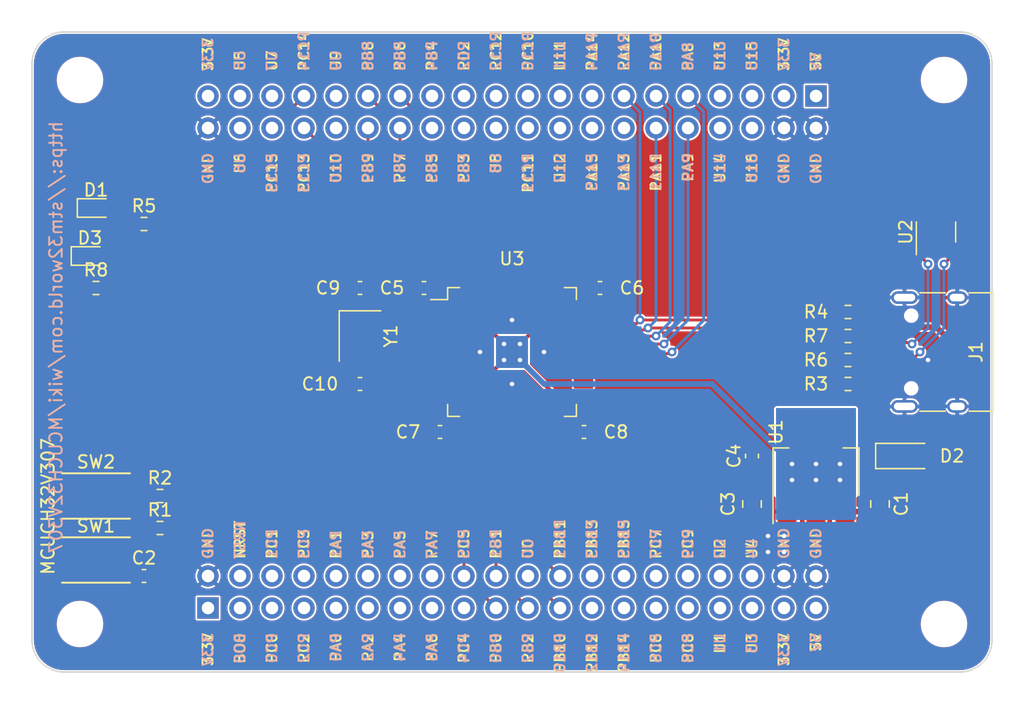
<source format=kicad_pcb>
(kicad_pcb (version 20211014) (generator pcbnew)
  (layers (0 "F.Cu" signal) (31 "B.Cu" signal) (34 "B.Paste" user) (35 "F.Paste" user) (36 "B.SilkS" user "B.Silkscreen") (37 "F.SilkS" user "F.Silkscreen") (38 "B.Mask" user) (39 "F.Mask" user) (44 "Edge.Cuts" user))
  (property "AUTHOR" "Lars Boegild Thomsen")
  (property "AUTHOR_EMAIL" "lbthomsen@gmail.com")
  (property "COMPANY" "STM32World")
  (property "REVISION" "a")
  (property "TITLE" "MCUCH32V307")
  (property "URL" "https://stm32world.com/wiki/MCUCH32V307")
  (net 0 "")
  (net 1 "+5V")
  (net 2 "GND")
  (net 3 "NRST")
  (net 4 "+3V3")
  (net 5 "Net-(C9-Pad1)")
  (net 6 "Net-(C10-Pad1)")
  (net 7 "Net-(D1-Pad1)")
  (net 8 "Net-(D3-Pad1)")
  (net 9 "Net-(J1-PadA6)")
  (net 10 "Net-(J1-PadB5)")
  (net 12 "Net-(J1-PadA7)")
  (net 13 "Net-(J1-PadA5)")
  (net 15 "VBUS")
  (net 16 "BO0")
  (net 17 "PC0")
  (net 18 "PC1")
  (net 19 "PC2")
  (net 20 "PC3")
  (net 21 "PA0")
  (net 22 "PA1")
  (net 23 "PA2")
  (net 24 "PA3")
  (net 25 "PA4")
  (net 26 "PA5")
  (net 27 "PA6")
  (net 28 "PA7")
  (net 29 "PC4")
  (net 30 "PC5")
  (net 31 "PB0")
  (net 32 "PB1")
  (net 33 "PB2")
  (net 35 "PB10")
  (net 36 "PB11")
  (net 37 "PB12")
  (net 38 "PB13")
  (net 39 "PB14")
  (net 40 "PB15")
  (net 41 "PC6")
  (net 42 "PC7")
  (net 43 "PC8")
  (net 44 "PC9")
  (net 53 "PA8")
  (net 54 "PA9")
  (net 55 "PA10")
  (net 56 "PA11")
  (net 57 "PA12")
  (net 58 "PA13")
  (net 59 "PA14")
  (net 60 "PA15")
  (net 63 "PC10")
  (net 64 "PC11")
  (net 65 "PC12")
  (net 67 "PD2")
  (net 68 "PB3")
  (net 69 "PB4")
  (net 70 "PB5")
  (net 71 "PB6")
  (net 72 "PB7")
  (net 73 "PB8")
  (net 74 "PB9")
  (net 77 "PC14")
  (net 78 "PC13")
  (net 80 "PC15")
  (footprint "Package_TO_SOT_SMD:SOT-23-6" (layer "F.Cu") (at 186.055 92.075 90)
    (fp_text reference "U2")
    (fp_text value "SRV05-4")
  )
  (footprint "stm32world:STM32WORLD_BASE" (layer "F.Cu") (at 152.4 101.6)
    (fp_text reference "J2" hide)
    (fp_text value "STM32WORLD_BASE")
    (fp_line (start 35.56 -25.4) (end -35.56 -25.4) (layer "Edge.Cuts") (width 0.12))
    (fp_line (start 38.1 22.86) (end 38.1 -22.86) (layer "Edge.Cuts") (width 0.12))
    (fp_line (start -38.1 -22.86) (end -38.1 22.86) (layer "Edge.Cuts") (width 0.12))
    (fp_line (start -35.56 25.4) (end 35.56 25.4) (layer "Edge.Cuts") (width 0.12))
    (fp_arc (start -38.1 -22.86) (mid -37.356051 -24.656051) (end -35.56 -25.4) (layer "Edge.Cuts") (width 0.12))
    (fp_arc (start 38.1 22.86) (mid 37.356051 24.656051) (end 35.56 25.4) (layer "Edge.Cuts") (width 0.12))
    (fp_arc (start -35.56 25.4) (mid -37.356051 24.656051) (end -38.1 22.86) (layer "Edge.Cuts") (width 0.12))
    (fp_arc (start 35.56 -25.4) (mid 37.356051 -24.656051) (end 38.1 -22.86) (layer "Edge.Cuts") (width 0.12))
  )
  (footprint "Resistor_SMD:R_0603_1608Metric" (layer "F.Cu") (at 179.07 102.235)
    (fp_text reference "R6")
    (fp_text value "R_22_0603")
  )
  (footprint "Capacitor_SMD:C_0603_1608Metric" (layer "F.Cu") (at 123.19 119.38)
    (fp_text reference "C2")
    (fp_text value "C_100NF_0603")
  )
  (footprint "Package_QFP:LQFP-64_10x10mm_P0.5mm" (layer "F.Cu") (at 152.4 101.6)
    (fp_text reference "U3")
    (fp_text value "CH32V307")
  )
  (footprint "Capacitor_SMD:C_0603_1608Metric" (layer "F.Cu") (at 171.45 109.855 90)
    (fp_text reference "C4")
    (fp_text value "C_1UF_0603")
  )
  (footprint "Capacitor_SMD:C_0603_1608Metric" (layer "F.Cu") (at 145.415 96.52 180)
    (fp_text reference "C5")
    (fp_text value "C_100NF_0603")
  )
  (footprint "Capacitor_SMD:C_0805_2012Metric" (layer "F.Cu") (at 181.61 113.665 -90)
    (fp_text reference "C1")
    (fp_text value "C_10UF_0805")
  )
  (footprint "Resistor_SMD:R_0603_1608Metric" (layer "F.Cu") (at 119.38 96.52)
    (fp_text reference "R8")
    (fp_text value "R_220_0603")
  )
  (footprint "Capacitor_SMD:C_0603_1608Metric" (layer "F.Cu") (at 158.115 107.95)
    (fp_text reference "C8")
    (fp_text value "C_100NF_0603")
  )
  (footprint "Package_TO_SOT_SMD:SOT-223-3_TabPin2" (layer "F.Cu") (at 176.53 111.125 90)
    (fp_text reference "U1")
    (fp_text value "AMS1117-3.3")
  )
  (footprint "LED_SMD:LED_0603_1608Metric" (layer "F.Cu") (at 119.38 90.17)
    (fp_text reference "D1")
    (fp_text value "LED_GREEN_0603")
  )
  (footprint "Resistor_SMD:R_0603_1608Metric" (layer "F.Cu") (at 179.07 104.14)
    (fp_text reference "R3")
    (fp_text value "R_5.1K_0603")
  )
  (footprint "Capacitor_SMD:C_0603_1608Metric" (layer "F.Cu") (at 159.385 96.52)
    (fp_text reference "C6")
    (fp_text value "C_100NF_0603")
  )
  (footprint "LED_SMD:LED_0603_1608Metric" (layer "F.Cu") (at 118.8975 93.98)
    (fp_text reference "D3")
    (fp_text value "LED_BLUE_0603")
  )
  (footprint "stm32world:TS-1088R-02526" (layer "F.Cu") (at 119.38 118.11)
    (fp_text reference "SW1")
    (fp_text value "TS-1088R-02526")
  )
  (footprint "Resistor_SMD:R_0603_1608Metric" (layer "F.Cu") (at 123.19 91.44)
    (fp_text reference "R5")
    (fp_text value "R_220_0603")
  )
  (footprint "Diode_SMD:D_SOD-123" (layer "F.Cu") (at 183.515 109.855)
    (fp_text reference "D2")
    (fp_text value "D_Schottky")
  )
  (footprint "Capacitor_SMD:C_0603_1608Metric" (layer "F.Cu") (at 140.335 96.52)
    (fp_text reference "C9")
    (fp_text value "C_20PF_0603")
  )
  (footprint "Resistor_SMD:R_0603_1608Metric" (layer "F.Cu") (at 179.07 100.33)
    (fp_text reference "R7")
    (fp_text value "R_22_0603")
  )
  (footprint "Resistor_SMD:R_0603_1608Metric" (layer "F.Cu") (at 124.46 115.57)
    (fp_text reference "R1")
    (fp_text value "R_10K_0603")
  )
  (footprint "stm32world:TS-1088R-02526" (layer "F.Cu") (at 119.38 113.03)
    (fp_text reference "SW2")
    (fp_text value "TS-1088R-02526")
  )
  (footprint "Capacitor_SMD:C_0805_2012Metric" (layer "F.Cu") (at 171.45 113.665 -90)
    (fp_text reference "C3")
    (fp_text value "C_10UF_0805")
  )
  (footprint "Capacitor_SMD:C_0603_1608Metric" (layer "F.Cu") (at 140.335 104.14 180)
    (fp_text reference "C10")
    (fp_text value "C_20PF_0603")
  )
  (footprint "stm32world:USB_C_Receptacle_HRO_TYPE-C-31-M-12" (layer "F.Cu") (at 186.69 101.6 90)
    (fp_text reference "J1")
    (fp_text value "USB_C_Receptacle_USB2.0")
  )
  (footprint "Capacitor_SMD:C_0603_1608Metric" (layer "F.Cu") (at 146.685 107.95 180)
    (fp_text reference "C7")
    (fp_text value "C_100NF_0603")
  )
  (footprint "Resistor_SMD:R_0603_1608Metric" (layer "F.Cu") (at 124.46 113.03)
    (fp_text reference "R2")
    (fp_text value "R_10K_0603")
  )
  (footprint "Resistor_SMD:R_0603_1608Metric" (layer "F.Cu") (at 179.07 98.425)
    (fp_text reference "R4")
    (fp_text value "R_5.1K_0603")
  )
  (footprint "Crystal:Crystal_SMD_3225-4Pin_3.2x2.5mm" (layer "F.Cu") (at 140.335 100.33 -90)
    (fp_text reference "Y1")
    (fp_text value "X_16MHZ")
  )
  (segment (start 181.865 112.46) (end 181.61 112.715) (width 0.4572) (layer "F.Cu") (net 1))
  (segment (start 181.865 109.855) (end 181.865 112.46) (width 0.4572) (layer "F.Cu") (net 1))
  (segment (start 180.05 114.275) (end 181.61 112.715) (width 0.4572) (layer "F.Cu") (net 1))
  (segment (start 178.83 114.275) (end 180.05 114.275) (width 0.4572) (layer "F.Cu") (net 1))
  (via (at 152.4 104.14) (size 0.7) (drill 0.35) (layers "F.Cu" "B.Cu") (net 2))
  (via (at 154.94 101.6) (size 0.7) (drill 0.35) (layers "F.Cu" "B.Cu") (net 2))
  (via (at 173.99 116.205) (size 0.7) (drill 0.35) (layers "F.Cu" "B.Cu") (net 2))
  (via (at 172.72 117.475) (size 0.7) (drill 0.35) (layers "F.Cu" "B.Cu") (net 2))
  (via (at 152.4 99.06) (size 0.7) (drill 0.35) (layers "F.Cu" "B.Cu") (net 2))
  (via (at 149.86 101.6) (size 0.7) (drill 0.35) (layers "F.Cu" "B.Cu") (net 2))
  (via locked (at 185.42 102.235) (size 0.7) (drill 0.35) (layers "F.Cu" "B.Cu") (net 2))
  (via (at 172.72 116.205) (size 0.7) (drill 0.35) (layers "F.Cu" "B.Cu") (net 2))
  (via (at 173.99 117.475) (size 0.7) (drill 0.35) (layers "F.Cu" "B.Cu") (net 2))
  (segment (start 146.19 96.52) (end 148.055 96.52) (width 0.3048) (layer "F.Cu") (net 4))
  (segment (start 156.15 97.85) (end 158.075 97.85) (width 0.3048) (layer "F.Cu") (net 4))
  (segment (start 158.075 97.85) (end 158.075 97.055) (width 0.3048) (layer "F.Cu") (net 4))
  (segment (start 150.15 103.85) (end 149.68 103.85) (width 0.3048) (layer "F.Cu") (net 4))
  (segment (start 156.665 107.275) (end 157.34 107.95) (width 0.3048) (layer "F.Cu") (net 4))
  (segment (start 149.68 107.245) (end 149.65 107.275) (width 0.3048) (layer "F.Cu") (net 4))
  (segment (start 156.15 105.35) (end 156.15 107.275) (width 0.3048) (layer "F.Cu") (net 4))
  (segment (start 153.035 102.235) (end 156.15 105.35) (width 0.3048) (layer "F.Cu") (net 4))
  (segment (start 148.055 97.255) (end 151.765 100.965) (width 0.3048) (layer "F.Cu") (net 4))
  (segment (start 146.19 96.52) (end 146.19 97.315) (width 0.3048) (layer "F.Cu") (net 4))
  (segment (start 146.19 97.315) (end 146.725 97.85) (width 0.3048) (layer "F.Cu") (net 4))
  (segment (start 158.075 97.055) (end 158.61 96.52) (width 0.3048) (layer "F.Cu") (net 4))
  (segment (start 156.15 107.275) (end 156.665 107.275) (width 0.3048) (layer "F.Cu") (net 4))
  (segment (start 149.68 103.85) (end 149.68 107.245) (width 0.3048) (layer "F.Cu") (net 4))
  (segment (start 151.765 102.235) (end 150.15 103.85) (width 0.3048) (layer "F.Cu") (net 4))
  (segment (start 148.055 96.52) (end 148.65 95.925) (width 0.3048) (layer "F.Cu") (net 4))
  (segment (start 149.68 103.85) (end 146.725 103.85) (width 0.3048) (layer "F.Cu") (net 4))
  (segment (start 148.055 96.52) (end 148.055 97.255) (width 0.3048) (layer "F.Cu") (net 4))
  (segment (start 153.035 100.965) (end 156.15 97.85) (width 0.3048) (layer "F.Cu") (net 4))
  (via locked (at 176.53 111.76) (size 0.7) (drill 0.35) (layers "F.Cu" "B.Cu") (net 4))
  (via locked (at 174.625 111.76) (size 0.7) (drill 0.35) (layers "F.Cu" "B.Cu") (net 4))
  (via locked (at 153.035 100.965) (size 0.7) (drill 0.35) (layers "F.Cu" "B.Cu") (net 4))
  (via locked (at 153.035 102.235) (size 0.7) (drill 0.35) (layers "F.Cu" "B.Cu") (net 4))
  (via locked (at 178.435 111.76) (size 0.7) (drill 0.35) (layers "F.Cu" "B.Cu") (net 4))
  (via locked (at 151.765 102.235) (size 0.7) (drill 0.35) (layers "F.Cu" "B.Cu") (net 4))
  (via locked (at 151.765 100.965) (size 0.7) (drill 0.35) (layers "F.Cu" "B.Cu") (net 4))
  (via locked (at 178.435 110.49) (size 0.7) (drill 0.35) (layers "F.Cu" "B.Cu") (net 4))
  (via locked (at 174.625 110.49) (size 0.7) (drill 0.35) (layers "F.Cu" "B.Cu") (net 4))
  (via locked (at 176.53 110.49) (size 0.7) (drill 0.35) (layers "F.Cu" "B.Cu") (net 4))
  (segment (start 174.625 110.49) (end 168.275 104.14) (width 0.4572) (layer "B.Cu") (net 4))
  (segment (start 154.94 104.14) (end 153.035 102.235) (width 0.4572) (layer "B.Cu") (net 4))
  (segment (start 168.275 104.14) (end 154.94 104.14) (width 0.4572) (layer "B.Cu") (net 4))
  (segment (start 143.271876 99.85) (end 146.725 99.85) (width 0.2286) (layer "F.Cu") (net 5))
  (segment (start 140.451211 100.196211) (end 142.925665 100.196211) (width 0.2286) (layer "F.Cu") (net 5))
  (segment (start 139.485 99.23) (end 140.451211 100.196211) (width 0.2286) (layer "F.Cu") (net 5))
  (segment (start 139.485 96.595) (end 139.56 96.52) (width 0.2286) (layer "F.Cu") (net 5))
  (segment (start 142.925665 100.196211) (end 143.271876 99.85) (width 0.2286) (layer "F.Cu") (net 5))
  (segment (start 139.485 99.23) (end 139.485 96.595) (width 0.2286) (layer "F.Cu") (net 5))
  (segment (start 141.185 104.065) (end 141.11 104.14) (width 0.2286) (layer "F.Cu") (net 6))
  (segment (start 143.31 100.35) (end 142.23 101.43) (width 0.2286) (layer "F.Cu") (net 6))
  (segment (start 141.185 101.43) (end 141.185 104.065) (width 0.2286) (layer "F.Cu") (net 6))
  (segment (start 142.23 101.43) (end 141.185 101.43) (width 0.2286) (layer "F.Cu") (net 6))
  (segment (start 146.725 100.35) (end 143.31 100.35) (width 0.2286) (layer "F.Cu") (net 6))
  (segment (start 185.105 94.3) (end 185.42 94.615) (width 0.2286) (layer "F.Cu") (net 9))
  (segment (start 182.645 100.85) (end 184.035 100.85) (width 0.2286) (layer "F.Cu") (net 9))
  (segment (start 181.653789 100.887611) (end 181.6914 100.85) (width 0.2286) (layer "F.Cu") (net 9))
  (segment (start 181.653789 100.887611) (end 180.452611 100.887611) (width 0.2286) (layer "F.Cu") (net 9))
  (segment (start 184.035 100.85) (end 184.15 100.965) (width 0.2286) (layer "F.Cu") (net 9))
  (segment (start 182.645 101.85) (end 181.6914 101.85) (width 0.2286) (layer "F.Cu") (net 9))
  (segment (start 180.452611 100.887611) (end 179.895 100.33) (width 0.2286) (layer "F.Cu") (net 9))
  (segment (start 181.6914 100.85) (end 182.645 100.85) (width 0.2286) (layer "F.Cu") (net 9))
  (segment (start 181.6914 101.85) (end 181.653789 101.812389) (width 0.2286) (layer "F.Cu") (net 9))
  (segment (start 185.105 93.2125) (end 185.105 94.3) (width 0.2286) (layer "F.Cu") (net 9))
  (segment (start 181.653789 101.812389) (end 181.653789 100.887611) (width 0.2286) (layer "F.Cu") (net 9))
  (via (at 185.42 94.615) (size 0.7) (drill 0.35) (layers "F.Cu" "B.Cu") (net 9))
  (via locked (at 184.15 100.965) (size 0.7) (drill 0.35) (layers "F.Cu" "B.Cu") (net 9))
  (segment (start 185.42 99.695) (end 184.15 100.965) (width 0.2286) (layer "B.Cu") (net 9))
  (segment (start 185.42 94.615) (end 185.42 99.695) (width 0.2286) (layer "B.Cu") (net 9))
  (segment (start 181.6914 99.85) (end 180.2664 98.425) (width 0.2286) (layer "F.Cu") (net 10))
  (segment (start 182.645 99.85) (end 181.6914 99.85) (width 0.2286) (layer "F.Cu") (net 10))
  (segment (start 180.2664 98.425) (end 179.895 98.425) (width 0.2286) (layer "F.Cu") (net 10))
  (segment (start 182.645 102.35) (end 183.5986 102.35) (width 0.2286) (layer "F.Cu") (net 12))
  (segment (start 183.5986 101.35) (end 182.645 101.35) (width 0.2286) (layer "F.Cu") (net 12))
  (segment (start 182.645 102.35) (end 180.01 102.35) (width 0.2286) (layer "F.Cu") (net 12))
  (segment (start 183.5986 102.35) (end 183.636211 102.312389) (width 0.2286) (layer "F.Cu") (net 12))
  (segment (start 184.072611 102.312389) (end 184.785 101.6) (width 0.2286) (layer "F.Cu") (net 12))
  (segment (start 180.01 102.35) (end 179.895 102.235) (width 0.2286) (layer "F.Cu") (net 12))
  (segment (start 183.636211 102.312389) (end 183.636211 101.387611) (width 0.2286) (layer "F.Cu") (net 12))
  (segment (start 187.005 94.3) (end 186.69 94.615) (width 0.2286) (layer "F.Cu") (net 12))
  (segment (start 183.636211 102.312389) (end 184.072611 102.312389) (width 0.2286) (layer "F.Cu") (net 12))
  (segment (start 183.636211 101.387611) (end 183.5986 101.35) (width 0.2286) (layer "F.Cu") (net 12))
  (segment (start 187.005 93.2125) (end 187.005 94.3) (width 0.2286) (layer "F.Cu") (net 12))
  (via (at 186.69 94.615) (size 0.7) (drill 0.35) (layers "F.Cu" "B.Cu") (net 12))
  (via locked (at 184.785 101.6) (size 0.7) (drill 0.35) (layers "F.Cu" "B.Cu") (net 12))
  (segment (start 186.69 94.615) (end 186.67378 94.63122) (width 0.2286) (layer "B.Cu") (net 12))
  (segment (start 186.67378 99.71122) (end 184.785 101.6) (width 0.2286) (layer "B.Cu") (net 12))
  (segment (start 186.67378 94.63122) (end 186.67378 99.71122) (width 0.2286) (layer "B.Cu") (net 12))
  (segment (start 181.6914 102.85) (end 180.4014 104.14) (width 0.2286) (layer "F.Cu") (net 13))
  (segment (start 182.645 102.85) (end 181.6914 102.85) (width 0.2286) (layer "F.Cu") (net 13))
  (segment (start 180.4014 104.14) (end 179.895 104.14) (width 0.2286) (layer "F.Cu") (net 13))
  (segment (start 185.165 106.949757) (end 186.69 105.424757) (width 0.4572) (layer "F.Cu") (net 15))
  (segment (start 186.09 99.63) (end 186.69 100.23) (width 0.4572) (layer "F.Cu") (net 15))
  (segment (start 186.69 100.23) (end 186.69 103.67) (width 0.4572) (layer "F.Cu") (net 15))
  (segment (start 183.874214 99.63) (end 186.09 99.63) (width 0.4572) (layer "F.Cu") (net 15))
  (segment (start 186.69 103.67) (end 183.774214 103.67) (width 0.4572) (layer "F.Cu") (net 15))
  (segment (start 186.69 105.424757) (end 186.69 103.67) (width 0.4572) (layer "F.Cu") (net 15))
  (segment (start 183.394214 99.15) (end 183.874214 99.63) (width 0.4572) (layer "F.Cu") (net 15))
  (segment (start 185.165 109.855) (end 185.165 106.949757) (width 0.4572) (layer "F.Cu") (net 15))
  (segment (start 183.394214 104.05) (end 182.645 104.05) (width 0.4572) (layer "F.Cu") (net 15))
  (segment (start 182.645 99.15) (end 183.394214 99.15) (width 0.4572) (layer "F.Cu") (net 15))
  (segment (start 183.774214 103.67) (end 183.394214 104.05) (width 0.4572) (layer "F.Cu") (net 15))
  (segment (start 148.59 112.092557) (end 148.59 119.38) (width 0.2286) (layer "F.Cu") (net 30))
  (segment (start 152.56622 107.35878) (end 152.56622 108.116337) (width 0.2286) (layer "F.Cu") (net 30))
  (segment (start 152.65 107.275) (end 152.56622 107.35878) (width 0.2286) (layer "F.Cu") (net 30))
  (segment (start 152.56622 108.116337) (end 148.59 112.092557) (width 0.2286) (layer "F.Cu") (net 30))
  (segment (start 151.11017 110.110511) (end 149.706211 111.51447) (width 0.2286) (layer "F.Cu") (net 31))
  (segment (start 153.15 108.120545) (end 151.160034 110.110511) (width 0.2286) (layer "F.Cu") (net 31))
  (segment (start 151.160034 110.110511) (end 151.11017 110.110511) (width 0.2286) (layer "F.Cu") (net 31))
  (segment (start 149.706211 120.496211) (end 151.13 121.92) (width 0.2286) (layer "F.Cu") (net 31))
  (segment (start 153.15 107.275) (end 153.15 108.120545) (width 0.2286) (layer "F.Cu") (net 31))
  (segment (start 149.706211 111.51447) (end 149.706211 120.496211) (width 0.2286) (layer "F.Cu") (net 31))
  (segment (start 153.65 107.275) (end 153.65 108.158668) (width 0.2286) (layer "F.Cu") (net 32))
  (segment (start 151.13 110.678668) (end 151.13 119.38) (width 0.2286) (layer "F.Cu") (net 32))
  (segment (start 153.65 108.158668) (end 151.13 110.678668) (width 0.2286) (layer "F.Cu") (net 32))
  (segment (start 152.553789 120.803789) (end 153.67 121.92) (width 0.2286) (layer "F.Cu") (net 33))
  (segment (start 154.15 108.196794) (end 152.553789 109.793005) (width 0.2286) (layer "F.Cu") (net 33))
  (segment (start 152.553789 109.793005) (end 152.553789 120.803789) (width 0.2286) (layer "F.Cu") (net 33))
  (segment (start 154.15 107.275) (end 154.15 108.196794) (width 0.2286) (layer "F.Cu") (net 33))
  (segment (start 154.65 118.781438) (end 155.093789 119.225227) (width 0.2286) (layer "F.Cu") (net 35))
  (segment (start 155.093789 120.803789) (end 156.21 121.92) (width 0.2286) (layer "F.Cu") (net 35))
  (segment (start 154.65 107.275) (end 154.65 118.781438) (width 0.2286) (layer "F.Cu") (net 35))
  (segment (start 155.093789 119.225227) (end 155.093789 120.803789) (width 0.2286) (layer "F.Cu") (net 35))
  (segment (start 155.15 118.32) (end 156.21 119.38) (width 0.2286) (layer "F.Cu") (net 36))
  (segment (start 155.15 107.275) (end 155.15 118.32) (width 0.2286) (layer "F.Cu") (net 36))
  (segment (start 163.84 101.73) (end 164.97 101.73) (width 0.2286) (layer "F.Cu") (net 53))
  (segment (start 164.97 101.73) (end 165.1 101.6) (width 0.2286) (layer "F.Cu") (net 53))
  (segment (start 163.46 101.35) (end 163.84 101.73) (width 0.2286) (layer "F.Cu") (net 53))
  (segment (start 158.075 101.35) (end 163.46 101.35) (width 0.2286) (layer "F.Cu") (net 53))
  (via locked (at 165.1 101.6) (size 0.7) (drill 0.35) (layers "F.Cu" "B.Cu") (net 53))
  (segment (start 167.61 82.52) (end 166.37 81.28) (width 0.2286) (layer "B.Cu") (net 53))
  (segment (start 165.1 101.6) (end 167.61 99.09) (width 0.2286) (layer "B.Cu") (net 53))
  (segment (start 167.61 99.09) (end 167.61 82.52) (width 0.2286) (layer "B.Cu") (net 53))
  (segment (start 158.075 100.85) (end 160.94 100.85) (width 0.2286) (layer "F.Cu") (net 54))
  (segment (start 164.465 100.965) (end 161.055 100.965) (width 0.2286) (layer "F.Cu") (net 54))
  (segment (start 161.055 100.965) (end 160.94 100.85) (width 0.2286) (layer "F.Cu") (net 54))
  (via locked (at 164.465 100.965) (size 0.7) (drill 0.35) (layers "F.Cu" "B.Cu") (net 54))
  (segment (start 166.37 99.06) (end 166.37 83.82) (width 0.2286) (layer "B.Cu") (net 54))
  (segment (start 164.465 100.965) (end 166.37 99.06) (width 0.2286) (layer "B.Cu") (net 54))
  (segment (start 158.075 100.35) (end 163.81 100.35) (width 0.2286) (layer "F.Cu") (net 55))
  (segment (start 163.81 100.35) (end 163.83 100.33) (width 0.2286) (layer "F.Cu") (net 55))
  (via locked (at 163.83 100.33) (size 0.7) (drill 0.35) (layers "F.Cu" "B.Cu") (net 55))
  (segment (start 163.83 100.33) (end 164.946211 99.213789) (width 0.2286) (layer "B.Cu") (net 55))
  (segment (start 164.946211 82.396211) (end 163.83 81.28) (width 0.2286) (layer "B.Cu") (net 55))
  (segment (start 164.946211 99.213789) (end 164.946211 82.396211) (width 0.2286) (layer "B.Cu") (net 55))
  (segment (start 163.195 99.695) (end 163.04 99.85) (width 0.2286) (layer "F.Cu") (net 56))
  (segment (start 178.245 102.235) (end 177.864489 102.615511) (width 0.2286) (layer "F.Cu") (net 56))
  (segment (start 175.705 99.695) (end 178.245 102.235) (width 0.2286) (layer "F.Cu") (net 56))
  (segment (start 163.195 99.695) (end 175.705 99.695) (width 0.2286) (layer "F.Cu") (net 56))
  (segment (start 163.04 99.85) (end 158.075 99.85) (width 0.2286) (layer "F.Cu") (net 56))
  (via locked (at 163.195 99.695) (size 0.7) (drill 0.35) (layers "F.Cu" "B.Cu") (net 56))
  (segment (start 163.83 99.06) (end 163.83 83.82) (width 0.2286) (layer "B.Cu") (net 56))
  (segment (start 163.195 99.695) (end 163.83 99.06) (width 0.2286) (layer "B.Cu") (net 56))
  (segment (start 175.608124 99.06) (end 162.56 99.06) (width 0.2286) (layer "F.Cu") (net 57))
  (segment (start 178.245 100.33) (end 176.878124 100.33) (width 0.2286) (layer "F.Cu") (net 57))
  (segment (start 176.878124 100.33) (end 175.608124 99.06) (width 0.2286) (layer "F.Cu") (net 57))
  (segment (start 162.27 99.35) (end 158.075 99.35) (width 0.2286) (layer "F.Cu") (net 57))
  (segment (start 162.56 99.06) (end 162.27 99.35) (width 0.2286) (layer "F.Cu") (net 57))
  (via locked (at 162.56 99.06) (size 0.7) (drill 0.35) (layers "F.Cu" "B.Cu") (net 57))
  (segment (start 162.56 99.06) (end 162.56 82.55) (width 0.2286) (layer "B.Cu") (net 57))
  (segment (start 162.56 82.55) (end 161.29 81.28) (width 0.2286) (layer "B.Cu") (net 57))
  (segment (start 144.626211 82.396211) (end 144.626211 87.226211) (width 0.2286) (layer "F.Cu") (net 71))
  (segment (start 144.626211 87.226211) (end 151.65 94.25) (width 0.2286) (layer "F.Cu") (net 71))
  (segment (start 143.51 81.28) (end 144.626211 82.396211) (width 0.2286) (layer "F.Cu") (net 71))
  (segment (start 151.65 94.25) (end 151.65 95.925) (width 0.2286) (layer "F.Cu") (net 71))
  (segment (start 143.51 83.82) (end 143.51 86.648124) (width 0.2286) (layer "F.Cu") (net 72))
  (segment (start 151.15 94.288124) (end 151.15 95.925) (width 0.2286) (layer "F.Cu") (net 72))
  (segment (start 143.51 86.648124) (end 151.15 94.288124) (width 0.2286) (layer "F.Cu") (net 72))
  (segment (start 142.11 82.42) (end 142.11 85.786247) (width 0.2286) (layer "F.Cu") (net 73))
  (segment (start 142.11 85.786247) (end 150.15 93.826248) (width 0.2286) (layer "F.Cu") (net 73))
  (segment (start 150.15 93.826248) (end 150.15 95.925) (width 0.2286) (layer "F.Cu") (net 73))
  (segment (start 140.97 81.28) (end 142.11 82.42) (width 0.2286) (layer "F.Cu") (net 73))
  (segment (start 149.65 95.925) (end 149.65 93.864374) (width 0.2286) (layer "F.Cu") (net 74))
  (segment (start 149.65 93.864374) (end 140.97 85.184374) (width 0.2286) (layer "F.Cu") (net 74))
  (segment (start 140.97 85.184374) (end 140.97 83.82) (width 0.2286) (layer "F.Cu") (net 74))
  (segment (start 146.725 98.85) (end 144.93 98.85) (width 0.2286) (layer "F.Cu") (net 77))
  (segment (start 178.91122 103.47378) (end 178.91122 99.09122) (width 0.2286) (layer "F.Cu") (net 77))
  (segment (start 144.93 98.85) (end 142.51 96.43) (width 0.2286) (layer "F.Cu") (net 77))
  (segment (start 142.51 96.43) (end 142.51 92.19) (width 0.2286) (layer "F.Cu") (net 77))
  (segment (start 134.51 84.19) (end 134.51 82.66) (width 0.2286) (layer "F.Cu") (net 77))
  (segment (start 178.245 104.14) (end 178.91122 103.47378) (width 0.2286) (layer "F.Cu") (net 77))
  (segment (start 134.51 82.66) (end 135.89 81.28) (width 0.2286) (layer "F.Cu") (net 77))
  (segment (start 142.51 92.19) (end 134.51 84.19) (width 0.2286) (layer "F.Cu") (net 77))
  (segment (start 178.91122 99.09122) (end 178.245 98.425) (width 0.2286) (layer "F.Cu") (net 77))
  (segment (start 144.968124 98.35) (end 143.040511 96.422387) (width 0.2286) (layer "F.Cu") (net 78))
  (segment (start 143.040511 96.422387) (end 143.040511 90.970511) (width 0.2286) (layer "F.Cu") (net 78))
  (segment (start 143.040511 90.970511) (end 135.89 83.82) (width 0.2286) (layer "F.Cu") (net 78))
  (segment (start 146.725 98.35) (end 144.968124 98.35) (width 0.2286) (layer "F.Cu") (net 78))
  (zone (net 2) (net_name "GND") (layer "F.Cu") (connect_pads (clearance 0.1524)) (min_thickness 0.1524) (fill yes (thermal_gap 0.1524) (thermal_bridge_width 0.3048))
    (polygon (pts (xy 191.77 128.27) (xy 113.03 128.27) (xy 113.03 74.93) (xy 191.77 74.93)))
  )
  (zone (net 4) (net_name "+3V3") (layer "F.Cu") (priority 1) (connect_pads (clearance 0.1524)) (min_thickness 0.1524) (fill yes (thermal_gap 0.1524) (thermal_bridge_width 0.3048))
    (polygon (pts (xy 179.705 113.03) (xy 177.8 113.03) (xy 177.8 116.205) (xy 175.26 116.205) (xy 175.26 113.03) (xy 173.355 113.03) (xy 173.355 106.045) (xy 179.705 106.045)))
  )
  (zone (net 4) (net_name "+3V3") (layer "F.Cu") (priority 1) (connect_pads (clearance 0.1524)) (min_thickness 0.1524) (fill yes (thermal_gap 0.1524) (thermal_bridge_width 0.3048))
    (polygon (pts (xy 153.67 102.87) (xy 151.13 102.87) (xy 151.13 100.33) (xy 153.67 100.33)))
  )
  (zone (net 4) (net_name "+3V3") (layer "B.Cu") (priority 1) (connect_pads (clearance 0.1524)) (min_thickness 0.1524) (fill yes (thermal_gap 0.1524) (thermal_bridge_width 0.3048))
    (polygon (pts (xy 153.67 102.87) (xy 151.13 102.87) (xy 151.13 100.33) (xy 153.67 100.33)))
  )
  (zone (net 4) (net_name "+3V3") (layer "B.Cu") (priority 1) (connect_pads (clearance 0.1524)) (min_thickness 0.1524) (fill yes (thermal_gap 0.1524) (thermal_bridge_width 0.3048))
    (polygon (pts (xy 179.705 114.935) (xy 173.355 114.935) (xy 173.355 106.045) (xy 179.705 106.045)))
  )
  (zone (net 2) (net_name "GND") (layer "B.Cu") (connect_pads (clearance 0.1524)) (min_thickness 0.1524) (fill yes (thermal_gap 0.1524) (thermal_bridge_width 0.3048))
    (polygon (pts (xy 193.04 129.54) (xy 111.76 129.54) (xy 111.76 73.66) (xy 193.04 73.66)))
  )
)
</source>
